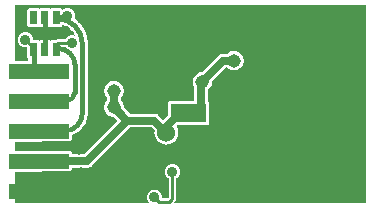
<source format=gbr>
G04 start of page 2 for group 0 idx 0 *
G04 Title: led, top *
G04 Creator: pcb 20140316 *
G04 CreationDate: Fri 12 Jan 2018 06:22:56 AM GMT UTC *
G04 For: brian *
G04 Format: Gerber/RS-274X *
G04 PCB-Dimensions (mil): 6000.00 5000.00 *
G04 PCB-Coordinate-Origin: lower left *
%MOIN*%
%FSLAX25Y25*%
%LNTOP*%
%ADD22C,0.0350*%
%ADD21C,0.0200*%
%ADD20C,0.0450*%
%ADD19C,0.0600*%
%ADD18C,0.0360*%
%ADD17R,0.0630X0.0630*%
%ADD16R,0.0500X0.0500*%
%ADD15R,0.0236X0.0236*%
%ADD14C,0.0100*%
%ADD13C,0.0250*%
%ADD12C,0.0150*%
%ADD11C,0.0001*%
G54D11*G36*
X125161Y442000D02*X167000D01*
Y376000D01*
X125161D01*
Y401855D01*
X131224Y401860D01*
X131377Y401896D01*
X131522Y401957D01*
X131657Y402039D01*
X131776Y402141D01*
X131878Y402261D01*
X131961Y402395D01*
X132021Y402540D01*
X132058Y402693D01*
X132067Y402850D01*
X132058Y409307D01*
X132021Y409460D01*
X131961Y409605D01*
X131878Y409739D01*
X131776Y409859D01*
X131657Y409961D01*
X131522Y410043D01*
X131377Y410104D01*
X131224Y410140D01*
X131067Y410150D01*
X125161Y410145D01*
Y421072D01*
X125305Y421195D01*
X125637Y421584D01*
X125905Y422020D01*
X126100Y422493D01*
X126220Y422990D01*
X126250Y423500D01*
X126220Y424010D01*
X126100Y424507D01*
X125905Y424980D01*
X125637Y425416D01*
X125305Y425805D01*
X125161Y425928D01*
Y442000D01*
G37*
G36*
Y376000D02*X102697D01*
X103315Y376618D01*
X103351Y376649D01*
X103474Y376792D01*
X103474Y376792D01*
X103573Y376954D01*
X103645Y377128D01*
X103689Y377312D01*
X103704Y377500D01*
X103700Y377547D01*
Y384303D01*
X103974Y384471D01*
X104273Y384727D01*
X104529Y385026D01*
X104734Y385362D01*
X104885Y385725D01*
X104977Y386108D01*
X105000Y386500D01*
X104977Y386892D01*
X104885Y387275D01*
X104734Y387638D01*
X104529Y387974D01*
X104273Y388273D01*
X103974Y388529D01*
X103638Y388734D01*
X103275Y388885D01*
X102892Y388977D01*
X102500Y389008D01*
X102108Y388977D01*
X101725Y388885D01*
X101362Y388734D01*
X101026Y388529D01*
X100727Y388273D01*
X100471Y387974D01*
X100266Y387638D01*
X100115Y387275D01*
X100023Y386892D01*
X99992Y386500D01*
X100023Y386108D01*
X100115Y385725D01*
X100266Y385362D01*
X100471Y385026D01*
X100727Y384727D01*
X101026Y384471D01*
X101300Y384303D01*
Y377997D01*
X101003Y377700D01*
X98982D01*
X99000Y378000D01*
X98977Y378392D01*
X98885Y378775D01*
X98734Y379138D01*
X98529Y379474D01*
X98273Y379773D01*
X97974Y380029D01*
X97638Y380234D01*
X97275Y380385D01*
X96892Y380477D01*
X96500Y380508D01*
X96108Y380477D01*
X95725Y380385D01*
X95362Y380234D01*
X95026Y380029D01*
X94727Y379773D01*
X94471Y379474D01*
X94266Y379138D01*
X94115Y378775D01*
X94023Y378392D01*
X93992Y378000D01*
X94023Y377608D01*
X94115Y377225D01*
X94266Y376862D01*
X94471Y376526D01*
X94727Y376227D01*
X94992Y376000D01*
X50000D01*
Y376501D01*
X68157Y376509D01*
X68310Y376546D01*
X68455Y376606D01*
X68590Y376688D01*
X68709Y376791D01*
X68812Y376910D01*
X68894Y377045D01*
X68954Y377190D01*
X68991Y377343D01*
X69000Y377500D01*
X68991Y382657D01*
X68954Y382810D01*
X68894Y382955D01*
X68812Y383090D01*
X68709Y383209D01*
X68590Y383312D01*
X68455Y383394D01*
X68310Y383454D01*
X68157Y383491D01*
X68000Y383500D01*
X50000Y383492D01*
Y386501D01*
X68157Y386509D01*
X68310Y386546D01*
X68455Y386606D01*
X68590Y386688D01*
X68709Y386791D01*
X68812Y386910D01*
X68894Y387045D01*
X68954Y387190D01*
X68991Y387343D01*
X69000Y387500D01*
X69000Y387750D01*
X73912D01*
X74000Y387743D01*
X74353Y387771D01*
X74353Y387771D01*
X74697Y387854D01*
X75025Y387989D01*
X75327Y388174D01*
X75596Y388404D01*
X75653Y388471D01*
X88432Y401250D01*
X95568D01*
X96567Y400251D01*
X96537Y400128D01*
X96488Y399500D01*
X96537Y398872D01*
X96684Y398260D01*
X96925Y397678D01*
X97254Y397142D01*
X97663Y396663D01*
X98142Y396254D01*
X98678Y395925D01*
X99260Y395684D01*
X99872Y395537D01*
X100500Y395488D01*
X101128Y395537D01*
X101740Y395684D01*
X102322Y395925D01*
X102858Y396254D01*
X103337Y396663D01*
X103746Y397142D01*
X104075Y397678D01*
X104316Y398260D01*
X104463Y398872D01*
X104500Y399500D01*
X104463Y400128D01*
X104316Y400740D01*
X104075Y401322D01*
X103858Y401676D01*
X104034Y401852D01*
X113901Y401860D01*
X114054Y401896D01*
X114199Y401957D01*
X114334Y402039D01*
X114453Y402141D01*
X114556Y402261D01*
X114638Y402395D01*
X114698Y402540D01*
X114735Y402693D01*
X114744Y402850D01*
X114735Y409307D01*
X114698Y409460D01*
X114638Y409605D01*
X114556Y409739D01*
X114453Y409859D01*
X114334Y409961D01*
X114250Y410012D01*
Y413761D01*
X114416Y413863D01*
X114805Y414195D01*
X115137Y414584D01*
X115405Y415020D01*
X115600Y415493D01*
X115720Y415990D01*
X115750Y416500D01*
X115746Y416564D01*
X120432Y421250D01*
X120648D01*
X120695Y421195D01*
X121084Y420863D01*
X121520Y420595D01*
X121993Y420400D01*
X122490Y420280D01*
X123000Y420240D01*
X123510Y420280D01*
X124007Y420400D01*
X124480Y420595D01*
X124916Y420863D01*
X125161Y421072D01*
Y410145D01*
X119099Y410140D01*
X118946Y410104D01*
X118801Y410043D01*
X118666Y409961D01*
X118547Y409859D01*
X118444Y409739D01*
X118362Y409605D01*
X118302Y409460D01*
X118265Y409307D01*
X118256Y409150D01*
X118265Y402693D01*
X118302Y402540D01*
X118362Y402395D01*
X118444Y402261D01*
X118547Y402141D01*
X118666Y402039D01*
X118801Y401957D01*
X118946Y401896D01*
X119099Y401860D01*
X119256Y401850D01*
X125161Y401855D01*
Y376000D01*
G37*
G36*
X57441Y440980D02*X54922Y440971D01*
X54769Y440934D01*
X54623Y440874D01*
X54489Y440792D01*
X54369Y440690D01*
X54267Y440570D01*
X54185Y440436D01*
X54125Y440290D01*
X54088Y440137D01*
X54079Y439980D01*
X54088Y435493D01*
X54125Y435340D01*
X54185Y435194D01*
X54267Y435060D01*
X54369Y434940D01*
X54489Y434838D01*
X54623Y434756D01*
X54769Y434696D01*
X54922Y434659D01*
X55079Y434650D01*
X57598Y434659D01*
X57751Y434696D01*
X57896Y434756D01*
X58031Y434838D01*
X58130Y434923D01*
X58229Y434838D01*
X58364Y434756D01*
X58509Y434696D01*
X58662Y434659D01*
X58819Y434650D01*
X61338Y434659D01*
X61491Y434696D01*
X61636Y434756D01*
X61771Y434838D01*
X61870Y434923D01*
X61969Y434838D01*
X62104Y434756D01*
X62249Y434696D01*
X62402Y434659D01*
X62559Y434650D01*
X65078Y434659D01*
X65231Y434696D01*
X65377Y434756D01*
X65511Y434838D01*
X65631Y434940D01*
X65733Y435060D01*
X65815Y435194D01*
X65875Y435340D01*
X65906Y435470D01*
X66309Y435343D01*
X66853Y435118D01*
X67375Y434846D01*
X67872Y434529D01*
X68339Y434171D01*
X68773Y433773D01*
X69171Y433339D01*
X69529Y432872D01*
X69846Y432375D01*
X70118Y431853D01*
X70176Y431711D01*
X70138Y431734D01*
X69775Y431885D01*
X69392Y431977D01*
X69000Y432008D01*
X68608Y431977D01*
X68225Y431885D01*
X67862Y431734D01*
X67526Y431529D01*
X67227Y431273D01*
X66971Y430974D01*
X66803Y430700D01*
X64547D01*
X64500Y430704D01*
X64312Y430689D01*
X64128Y430645D01*
X63954Y430573D01*
X63792Y430474D01*
X63792Y430474D01*
X63649Y430351D01*
X63644Y430346D01*
X62402Y430341D01*
X62249Y430304D01*
X62104Y430244D01*
X61969Y430162D01*
X61870Y430077D01*
X61771Y430162D01*
X61636Y430244D01*
X61491Y430304D01*
X61338Y430341D01*
X61181Y430350D01*
X58662Y430341D01*
X58509Y430304D01*
X58364Y430244D01*
X58229Y430162D01*
X58130Y430077D01*
X58031Y430162D01*
X57896Y430244D01*
X57751Y430304D01*
X57598Y430341D01*
X57441Y430350D01*
X55991Y430345D01*
X56000Y430500D01*
X55977Y430892D01*
X55885Y431275D01*
X55734Y431638D01*
X55529Y431974D01*
X55273Y432273D01*
X54974Y432529D01*
X54638Y432734D01*
X54275Y432885D01*
X53892Y432977D01*
X53500Y433008D01*
X53108Y432977D01*
X52725Y432885D01*
X52362Y432734D01*
X52026Y432529D01*
X51727Y432273D01*
X51471Y431974D01*
X51266Y431638D01*
X51115Y431275D01*
X51023Y430892D01*
X50992Y430500D01*
X51023Y430108D01*
X51115Y429725D01*
X51266Y429362D01*
X51471Y429026D01*
X51727Y428727D01*
X52026Y428471D01*
X52362Y428266D01*
X52725Y428115D01*
X53108Y428023D01*
X53500Y427992D01*
X53892Y428023D01*
X54081Y428069D01*
X54088Y424863D01*
X54125Y424710D01*
X54185Y424564D01*
X54267Y424430D01*
X54369Y424310D01*
X54489Y424208D01*
X54510Y424195D01*
Y423494D01*
X50000Y423492D01*
Y442000D01*
X125161D01*
Y425928D01*
X124916Y426137D01*
X124480Y426405D01*
X124007Y426600D01*
X123510Y426720D01*
X123000Y426760D01*
X122490Y426720D01*
X121993Y426600D01*
X121520Y426405D01*
X121084Y426137D01*
X120695Y425805D01*
X120648Y425750D01*
X119588D01*
X119500Y425757D01*
X119147Y425729D01*
X118803Y425646D01*
X118475Y425511D01*
X118173Y425326D01*
X118173Y425326D01*
X117904Y425096D01*
X117847Y425029D01*
X112572Y419754D01*
X112500Y419760D01*
X111990Y419720D01*
X111493Y419600D01*
X111020Y419405D01*
X110584Y419137D01*
X110195Y418805D01*
X109863Y418416D01*
X109595Y417980D01*
X109400Y417507D01*
X109280Y417010D01*
X109240Y416500D01*
X109280Y415990D01*
X109400Y415493D01*
X109595Y415020D01*
X109750Y414768D01*
Y410147D01*
X101776Y410140D01*
X101623Y410104D01*
X101478Y410043D01*
X101343Y409961D01*
X101224Y409859D01*
X101122Y409739D01*
X101039Y409605D01*
X100979Y409460D01*
X100942Y409307D01*
X100933Y409150D01*
X100939Y405121D01*
X99500Y403682D01*
X98153Y405029D01*
X98096Y405096D01*
X97827Y405326D01*
X97827Y405326D01*
X97712Y405396D01*
X97525Y405511D01*
X97293Y405607D01*
X97197Y405646D01*
X96853Y405729D01*
X96500Y405757D01*
X96412Y405750D01*
X88432D01*
X86246Y407936D01*
X86250Y408000D01*
X86220Y408510D01*
X86100Y409007D01*
X85905Y409480D01*
X85637Y409916D01*
X85305Y410305D01*
X85250Y410352D01*
Y411148D01*
X85305Y411195D01*
X85637Y411584D01*
X85905Y412020D01*
X86100Y412493D01*
X86220Y412990D01*
X86250Y413500D01*
X86220Y414010D01*
X86100Y414507D01*
X85905Y414980D01*
X85637Y415416D01*
X85305Y415805D01*
X84916Y416137D01*
X84480Y416405D01*
X84007Y416600D01*
X83510Y416720D01*
X83000Y416760D01*
X82490Y416720D01*
X81993Y416600D01*
X81520Y416405D01*
X81084Y416137D01*
X80695Y415805D01*
X80363Y415416D01*
X80095Y414980D01*
X79900Y414507D01*
X79780Y414010D01*
X79740Y413500D01*
X79780Y412990D01*
X79900Y412493D01*
X80095Y412020D01*
X80363Y411584D01*
X80695Y411195D01*
X80750Y411148D01*
Y410352D01*
X80695Y410305D01*
X80363Y409916D01*
X80095Y409480D01*
X79900Y409007D01*
X79780Y408510D01*
X79740Y408000D01*
X79780Y407490D01*
X79900Y406993D01*
X80095Y406520D01*
X80363Y406084D01*
X80695Y405695D01*
X81084Y405363D01*
X81520Y405095D01*
X81993Y404900D01*
X82490Y404780D01*
X83000Y404740D01*
X83072Y404746D01*
X84318Y403500D01*
X73068Y392250D01*
X68991D01*
X68991Y392657D01*
X68954Y392810D01*
X68894Y392955D01*
X68812Y393090D01*
X68709Y393209D01*
X68590Y393312D01*
X68455Y393394D01*
X68310Y393454D01*
X68157Y393491D01*
X68000Y393500D01*
X50000Y393492D01*
Y396501D01*
X68157Y396509D01*
X68310Y396546D01*
X68455Y396606D01*
X68590Y396688D01*
X68709Y396791D01*
X68812Y396910D01*
X68894Y397045D01*
X68954Y397190D01*
X68991Y397343D01*
X69000Y397500D01*
X68998Y398661D01*
X69153Y398710D01*
X69778Y398969D01*
X70379Y399282D01*
X70949Y399646D01*
X71486Y400058D01*
X71985Y400515D01*
X72442Y401014D01*
X72854Y401551D01*
X73218Y402121D01*
X73531Y402722D01*
X73790Y403347D01*
X73993Y403992D01*
X74140Y404653D01*
X74228Y405324D01*
X74257Y406000D01*
X74250Y406104D01*
Y429000D01*
X74250Y429000D01*
X74221Y429894D01*
X74104Y430782D01*
X73910Y431655D01*
X73641Y432509D01*
X73298Y433336D01*
X72885Y434130D01*
X72404Y434885D01*
X71859Y435595D01*
X71255Y436255D01*
X70595Y436859D01*
X69885Y437404D01*
X69780Y437471D01*
X69885Y437725D01*
X69977Y438108D01*
X70000Y438500D01*
X69977Y438892D01*
X69885Y439275D01*
X69734Y439638D01*
X69529Y439974D01*
X69273Y440273D01*
X68974Y440529D01*
X68638Y440734D01*
X68275Y440885D01*
X67892Y440977D01*
X67500Y441008D01*
X67108Y440977D01*
X66725Y440885D01*
X66362Y440734D01*
X66026Y440529D01*
X65842Y440371D01*
X65815Y440436D01*
X65733Y440570D01*
X65631Y440690D01*
X65511Y440792D01*
X65377Y440874D01*
X65231Y440934D01*
X65078Y440971D01*
X64921Y440980D01*
X62402Y440971D01*
X62249Y440934D01*
X62104Y440874D01*
X61969Y440792D01*
X61870Y440707D01*
X61771Y440792D01*
X61636Y440874D01*
X61491Y440934D01*
X61338Y440971D01*
X61181Y440980D01*
X58662Y440971D01*
X58509Y440934D01*
X58364Y440874D01*
X58229Y440792D01*
X58130Y440707D01*
X58031Y440792D01*
X57896Y440874D01*
X57751Y440934D01*
X57598Y440971D01*
X57441Y440980D01*
G37*
G36*
X69500Y384500D02*Y376000D01*
X50000D01*
Y384500D01*
X69500D01*
G37*
G36*
X118000Y410500D02*X132500D01*
Y401500D01*
X118000D01*
Y410500D01*
G37*
G54D12*X72500Y406000D02*Y429000D01*
X58000Y400000D02*X66500D01*
X70000Y413000D02*Y422000D01*
X58000Y410000D02*X67000D01*
G54D13*X58000Y390000D02*X74000D01*
X123000Y423500D02*X119500D01*
X112000Y416000D01*
Y406000D01*
G54D14*X102500Y386500D02*Y377500D01*
X101500Y376500D01*
X98000D01*
X96500Y378000D01*
G54D13*X87500Y403500D02*X74000Y390000D01*
X83000Y413500D02*Y408000D01*
X87500Y403500D01*
X96500D01*
X100500Y399500D01*
X107839Y406000D02*X105000D01*
X99500Y400500D01*
G54D14*X56260Y427740D02*X53500Y430500D01*
G54D12*X56260Y421740D02*X58000Y420000D01*
X56260Y427185D02*Y421740D01*
G54D14*Y427240D02*Y427740D01*
X64500Y429500D02*X69000D01*
X63740Y428740D02*X64500Y429500D01*
X63740Y427185D02*Y428740D01*
X64425Y438500D02*X63740Y437815D01*
X67500Y438500D02*X64425D01*
G54D12*X60000Y437815D02*Y427185D01*
X72500Y429000D02*G75*G03X64000Y437500I-8500J0D01*G01*
X66500Y400000D02*G75*G03X72500Y406000I0J6000D01*G01*
X70000Y422000D02*G75*G03X64500Y427500I-5500J0D01*G01*
X67000Y410000D02*G75*G03X70000Y413000I0J3000D01*G01*
G54D15*X56260Y438799D02*Y436831D01*
X60000Y438799D02*Y436831D01*
X63740Y438799D02*Y436831D01*
G54D16*X50500Y380000D02*X65500D01*
X50500Y390000D02*X65500D01*
X50500Y400000D02*X65500D01*
X50500Y410000D02*X65500D01*
G54D17*X105083Y406000D02*X110594D01*
X122406D02*X127917D01*
G54D15*X63740Y428169D02*Y426201D01*
X60000Y428169D02*Y426201D01*
X56260Y428169D02*Y426201D01*
G54D16*X50500Y420000D02*X65500D01*
G54D18*X53500Y430500D03*
X102500Y386500D03*
G54D19*X100500Y399500D03*
X115000Y379000D03*
G54D20*X112500Y416500D03*
X123000Y423500D03*
G54D18*X96500Y378000D03*
X67500Y438500D03*
G54D19*X101000Y436500D03*
G54D18*X72500Y437500D03*
G54D19*X72000Y385000D03*
X71500Y395000D03*
G54D18*X66500Y433500D03*
G54D20*X60000Y432500D03*
G54D18*X69000Y429500D03*
G54D20*X83000Y408000D03*
Y413500D03*
Y422000D03*
Y429500D03*
G54D21*G54D22*G54D13*G54D21*G54D22*G54D21*G54D22*G54D21*G54D13*G54D21*G54D13*M02*

</source>
